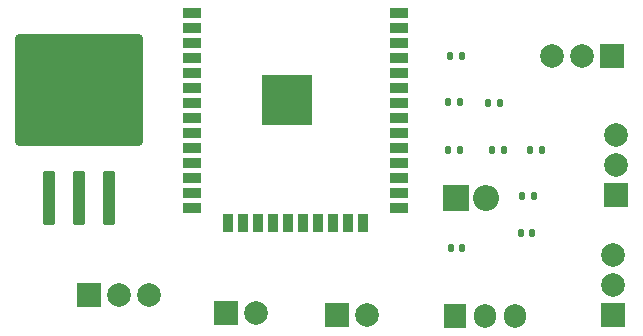
<source format=gbr>
%TF.GenerationSoftware,KiCad,Pcbnew,8.0.6*%
%TF.CreationDate,2024-12-07T16:12:25-04:00*%
%TF.ProjectId,Tarea Final,54617265-6120-4466-996e-616c2e6b6963,rev?*%
%TF.SameCoordinates,Original*%
%TF.FileFunction,Soldermask,Top*%
%TF.FilePolarity,Negative*%
%FSLAX46Y46*%
G04 Gerber Fmt 4.6, Leading zero omitted, Abs format (unit mm)*
G04 Created by KiCad (PCBNEW 8.0.6) date 2024-12-07 16:12:25*
%MOMM*%
%LPD*%
G01*
G04 APERTURE LIST*
G04 Aperture macros list*
%AMRoundRect*
0 Rectangle with rounded corners*
0 $1 Rounding radius*
0 $2 $3 $4 $5 $6 $7 $8 $9 X,Y pos of 4 corners*
0 Add a 4 corners polygon primitive as box body*
4,1,4,$2,$3,$4,$5,$6,$7,$8,$9,$2,$3,0*
0 Add four circle primitives for the rounded corners*
1,1,$1+$1,$2,$3*
1,1,$1+$1,$4,$5*
1,1,$1+$1,$6,$7*
1,1,$1+$1,$8,$9*
0 Add four rect primitives between the rounded corners*
20,1,$1+$1,$2,$3,$4,$5,0*
20,1,$1+$1,$4,$5,$6,$7,0*
20,1,$1+$1,$6,$7,$8,$9,0*
20,1,$1+$1,$8,$9,$2,$3,0*%
G04 Aperture macros list end*
%ADD10R,2.200000X2.200000*%
%ADD11O,2.200000X2.200000*%
%ADD12RoundRect,0.250000X0.300000X-2.050000X0.300000X2.050000X-0.300000X2.050000X-0.300000X-2.050000X0*%
%ADD13RoundRect,0.250002X5.149998X-4.449998X5.149998X4.449998X-5.149998X4.449998X-5.149998X-4.449998X0*%
%ADD14R,1.500000X0.900000*%
%ADD15R,0.900000X1.500000*%
%ADD16C,0.600000*%
%ADD17R,4.200000X4.200000*%
%ADD18RoundRect,0.135000X-0.135000X-0.185000X0.135000X-0.185000X0.135000X0.185000X-0.135000X0.185000X0*%
%ADD19R,1.905000X2.000000*%
%ADD20O,1.905000X2.000000*%
%ADD21R,2.000000X2.000000*%
%ADD22C,2.000000*%
%ADD23RoundRect,0.140000X-0.140000X-0.170000X0.140000X-0.170000X0.140000X0.170000X-0.140000X0.170000X0*%
G04 APERTURE END LIST*
D10*
%TO.C,D1*%
X144370000Y-90800000D03*
D11*
X146910000Y-90800000D03*
%TD*%
D12*
%TO.C,U2*%
X109940000Y-90810000D03*
X112480000Y-90810000D03*
D13*
X112480000Y-81660000D03*
D12*
X115020000Y-90810000D03*
%TD*%
D14*
%TO.C,U1*%
X122050000Y-75150000D03*
X122050000Y-76420000D03*
X122050000Y-77690000D03*
X122050000Y-78960000D03*
X122050000Y-80230000D03*
X122050000Y-81500000D03*
X122050000Y-82770000D03*
X122050000Y-84040000D03*
X122050000Y-85310000D03*
X122050000Y-86580000D03*
X122050000Y-87850000D03*
X122050000Y-89120000D03*
X122050000Y-90390000D03*
X122050000Y-91660000D03*
D15*
X125090000Y-92910000D03*
X126360000Y-92910000D03*
X127630000Y-92910000D03*
X128900000Y-92910000D03*
X130170000Y-92910000D03*
X131440000Y-92910000D03*
X132710000Y-92910000D03*
X133980000Y-92910000D03*
X135250000Y-92910000D03*
X136520000Y-92910000D03*
D14*
X139550000Y-91660000D03*
X139550000Y-90390000D03*
X139550000Y-89120000D03*
X139550000Y-87850000D03*
X139550000Y-86580000D03*
X139550000Y-85310000D03*
X139550000Y-84040000D03*
X139550000Y-82770000D03*
X139550000Y-81500000D03*
X139550000Y-80230000D03*
X139550000Y-78960000D03*
X139550000Y-77690000D03*
X139550000Y-76420000D03*
X139550000Y-75150000D03*
D16*
X128595000Y-81727500D03*
X128595000Y-83252500D03*
X129357500Y-80965000D03*
X129357500Y-82490000D03*
X129357500Y-84015000D03*
X130120000Y-81727500D03*
D17*
X130120000Y-82490000D03*
D16*
X130120000Y-83252500D03*
X130882500Y-80965000D03*
X130882500Y-82490000D03*
X130882500Y-84015000D03*
X131645000Y-81727500D03*
X131645000Y-83252500D03*
%TD*%
D18*
%TO.C,R5*%
X143860000Y-78760000D03*
X144880000Y-78760000D03*
%TD*%
%TO.C,R4*%
X147120000Y-82750000D03*
X148140000Y-82750000D03*
%TD*%
%TO.C,R3*%
X143740000Y-82660000D03*
X144760000Y-82660000D03*
%TD*%
%TO.C,R2*%
X147440000Y-86770000D03*
X148460000Y-86770000D03*
%TD*%
%TO.C,R1*%
X143700000Y-86770000D03*
X144720000Y-86770000D03*
%TD*%
D19*
%TO.C,Q1*%
X144320000Y-100810000D03*
D20*
X146860000Y-100810000D03*
X149400000Y-100810000D03*
%TD*%
D21*
%TO.C,J6*%
X134320000Y-100730000D03*
D22*
X136860000Y-100730000D03*
%TD*%
D21*
%TO.C,J5*%
X124955000Y-100580000D03*
D22*
X127495000Y-100580000D03*
%TD*%
D21*
%TO.C,J4*%
X157680000Y-100680000D03*
D22*
X157680000Y-98140000D03*
X157680000Y-95600000D03*
%TD*%
D21*
%TO.C,J3*%
X113300000Y-98980000D03*
D22*
X115840000Y-98980000D03*
X118380000Y-98980000D03*
%TD*%
D21*
%TO.C,J2*%
X157590000Y-78740000D03*
D22*
X155050000Y-78740000D03*
X152510000Y-78740000D03*
%TD*%
D21*
%TO.C,J1*%
X157950000Y-90530000D03*
D22*
X157950000Y-87990000D03*
X157950000Y-85450000D03*
%TD*%
D23*
%TO.C,C4*%
X149890000Y-93800000D03*
X150850000Y-93800000D03*
%TD*%
%TO.C,C3*%
X150010000Y-90650000D03*
X150970000Y-90650000D03*
%TD*%
%TO.C,C2*%
X143960000Y-95000000D03*
X144920000Y-95000000D03*
%TD*%
%TO.C,C1*%
X150670000Y-86720000D03*
X151630000Y-86720000D03*
%TD*%
M02*

</source>
